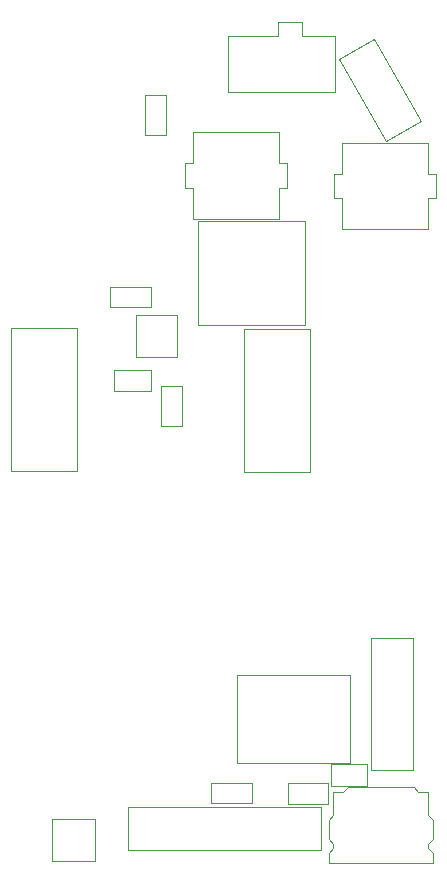
<source format=gbr>
G04 #@! TF.GenerationSoftware,KiCad,Pcbnew,5.1.6-c6e7f7d~87~ubuntu18.04.1*
G04 #@! TF.CreationDate,2021-04-09T16:44:34+05:30*
G04 #@! TF.ProjectId,Sensor_pcb_v4,53656e73-6f72-45f7-9063-625f76342e6b,rev?*
G04 #@! TF.SameCoordinates,Original*
G04 #@! TF.FileFunction,Other,User*
%FSLAX46Y46*%
G04 Gerber Fmt 4.6, Leading zero omitted, Abs format (unit mm)*
G04 Created by KiCad (PCBNEW 5.1.6-c6e7f7d~87~ubuntu18.04.1) date 2021-04-09 16:44:34*
%MOMM*%
%LPD*%
G01*
G04 APERTURE LIST*
%ADD10C,0.050000*%
G04 APERTURE END LIST*
D10*
X39339500Y-27713900D02*
X46639500Y-27713900D01*
X46639500Y-27713900D02*
X46639500Y-30323900D01*
X46639500Y-30323900D02*
X47294500Y-30323900D01*
X47294500Y-30323900D02*
X47294500Y-32403900D01*
X47294500Y-32403900D02*
X46639500Y-32403900D01*
X46639500Y-32403900D02*
X46639500Y-35013900D01*
X46639500Y-35013900D02*
X39339500Y-35013900D01*
X39339500Y-35013900D02*
X39339500Y-32403900D01*
X39339500Y-32403900D02*
X38684500Y-32403900D01*
X38684500Y-32403900D02*
X38684500Y-30323900D01*
X38684500Y-30323900D02*
X39339500Y-30323900D01*
X39339500Y-30323900D02*
X39339500Y-27713900D01*
X52452600Y-83141000D02*
X52052600Y-83541000D01*
X52052600Y-83541000D02*
X51252600Y-83541000D01*
X51252600Y-83541000D02*
X51252600Y-85541000D01*
X51252600Y-85541000D02*
X50852600Y-85941000D01*
X50852600Y-85941000D02*
X50852600Y-87541000D01*
X50852600Y-87541000D02*
X51252600Y-87941000D01*
X51252600Y-87941000D02*
X51252600Y-88341000D01*
X51252600Y-88341000D02*
X50852600Y-88741000D01*
X50852600Y-88741000D02*
X50852600Y-89541000D01*
X50852600Y-89541000D02*
X59652600Y-89541000D01*
X59652600Y-89541000D02*
X59652600Y-88741000D01*
X59652600Y-88741000D02*
X59252600Y-88341000D01*
X59252600Y-88341000D02*
X59252600Y-87941000D01*
X59252600Y-87941000D02*
X59652600Y-87541000D01*
X59652600Y-87541000D02*
X59652600Y-85941000D01*
X59652600Y-85941000D02*
X59252600Y-85541000D01*
X59252600Y-85541000D02*
X59252600Y-83541000D01*
X59252600Y-83541000D02*
X58452600Y-83541000D01*
X58452600Y-83541000D02*
X58052600Y-83141000D01*
X58052600Y-83141000D02*
X52452600Y-83141000D01*
X33879400Y-88469900D02*
X50179400Y-88469900D01*
X50179400Y-88469900D02*
X50179400Y-84869900D01*
X50179400Y-84869900D02*
X33879400Y-84869900D01*
X33879400Y-84869900D02*
X33879400Y-88469900D01*
X51382500Y-24274900D02*
X51382500Y-19574900D01*
X51382500Y-19574900D02*
X48582500Y-19574900D01*
X48582500Y-19574900D02*
X48582500Y-18324900D01*
X48582500Y-18324900D02*
X46582500Y-18324900D01*
X46582500Y-18324900D02*
X46582500Y-19574900D01*
X46582500Y-19574900D02*
X42282500Y-19574900D01*
X42282500Y-19574900D02*
X42282500Y-24274900D01*
X42282500Y-24274900D02*
X51382500Y-24274900D01*
X38421200Y-49183800D02*
X38421200Y-52583800D01*
X38421200Y-52583800D02*
X36661200Y-52583800D01*
X36661200Y-52583800D02*
X36661200Y-49183800D01*
X36661200Y-49183800D02*
X38421200Y-49183800D01*
X54400000Y-81726200D02*
X58000000Y-81726200D01*
X54400000Y-70526200D02*
X54400000Y-81726200D01*
X58000000Y-70526200D02*
X54400000Y-70526200D01*
X58000000Y-81726200D02*
X58000000Y-70526200D01*
X27455700Y-85809700D02*
X27455700Y-89409700D01*
X31055700Y-85809700D02*
X27455700Y-85809700D01*
X31055700Y-89409700D02*
X31055700Y-85809700D01*
X27455700Y-89409700D02*
X31055700Y-89409700D01*
X37095000Y-24543300D02*
X37095000Y-27943300D01*
X37095000Y-27943300D02*
X35335000Y-27943300D01*
X35335000Y-27943300D02*
X35335000Y-24543300D01*
X35335000Y-24543300D02*
X37095000Y-24543300D01*
X55702257Y-28458843D02*
X58646743Y-26758843D01*
X58646743Y-26758843D02*
X54646743Y-19830640D01*
X54646743Y-19830640D02*
X51702257Y-21530640D01*
X51702257Y-21530640D02*
X55702257Y-28458843D01*
X49254100Y-44350100D02*
X43654100Y-44350100D01*
X43654100Y-44350100D02*
X43654100Y-56450100D01*
X43654100Y-56450100D02*
X49254100Y-56450100D01*
X49254100Y-56450100D02*
X49254100Y-44350100D01*
X29546200Y-56396800D02*
X29546200Y-44296800D01*
X23946200Y-56396800D02*
X29546200Y-56396800D01*
X23946200Y-44296800D02*
X23946200Y-56396800D01*
X29546200Y-44296800D02*
X23946200Y-44296800D01*
X43370000Y-73618800D02*
X43120000Y-73618800D01*
X43120000Y-73618800D02*
X43120000Y-73868800D01*
X43370000Y-81118800D02*
X43120000Y-81118800D01*
X43120000Y-81118800D02*
X43120000Y-80868800D01*
X52620000Y-80868800D02*
X52620000Y-81118800D01*
X52620000Y-81118800D02*
X52370000Y-81118800D01*
X52620000Y-73868800D02*
X52620000Y-73618800D01*
X52620000Y-73618800D02*
X52370000Y-73618800D01*
X52370000Y-81118800D02*
X43370000Y-81118800D01*
X52620000Y-73868800D02*
X52620000Y-80868800D01*
X43370000Y-73618800D02*
X52370000Y-73618800D01*
X43120000Y-80868800D02*
X43120000Y-73868800D01*
X59270900Y-35900400D02*
X51970900Y-35900400D01*
X51970900Y-35900400D02*
X51970900Y-33290400D01*
X51970900Y-33290400D02*
X51315900Y-33290400D01*
X51315900Y-33290400D02*
X51315900Y-31210400D01*
X51315900Y-31210400D02*
X51970900Y-31210400D01*
X51970900Y-31210400D02*
X51970900Y-28600400D01*
X51970900Y-28600400D02*
X59270900Y-28600400D01*
X59270900Y-28600400D02*
X59270900Y-31210400D01*
X59270900Y-31210400D02*
X59925900Y-31210400D01*
X59925900Y-31210400D02*
X59925900Y-33290400D01*
X59925900Y-33290400D02*
X59270900Y-33290400D01*
X59270900Y-33290400D02*
X59270900Y-35900400D01*
X39815400Y-35203700D02*
X48815400Y-35203700D01*
X48815400Y-35203700D02*
X48815400Y-44003700D01*
X48815400Y-44003700D02*
X39815400Y-44003700D01*
X39815400Y-44003700D02*
X39815400Y-35203700D01*
X32326600Y-40778500D02*
X35826600Y-40778500D01*
X32326600Y-40778500D02*
X32326600Y-42528500D01*
X35826600Y-42528500D02*
X35826600Y-40778500D01*
X35826600Y-42528500D02*
X32326600Y-42528500D01*
X47416000Y-84537400D02*
X47416000Y-82777400D01*
X50816000Y-84537400D02*
X47416000Y-84537400D01*
X50816000Y-82777400D02*
X50816000Y-84537400D01*
X47416000Y-82777400D02*
X50816000Y-82777400D01*
X40923700Y-82764700D02*
X44323700Y-82764700D01*
X44323700Y-82764700D02*
X44323700Y-84524700D01*
X44323700Y-84524700D02*
X40923700Y-84524700D01*
X40923700Y-84524700D02*
X40923700Y-82764700D01*
X37968700Y-46692800D02*
X34568700Y-46692800D01*
X34568700Y-46692800D02*
X34568700Y-43192800D01*
X34568700Y-43192800D02*
X37968700Y-43192800D01*
X37968700Y-43192800D02*
X37968700Y-46692800D01*
X54128000Y-83010600D02*
X51028000Y-83010600D01*
X54128000Y-83010600D02*
X54128000Y-81210600D01*
X51028000Y-81210600D02*
X51028000Y-83010600D01*
X51028000Y-81210600D02*
X54128000Y-81210600D01*
X35791700Y-49614700D02*
X32691700Y-49614700D01*
X35791700Y-49614700D02*
X35791700Y-47814700D01*
X32691700Y-47814700D02*
X32691700Y-49614700D01*
X32691700Y-47814700D02*
X35791700Y-47814700D01*
M02*

</source>
